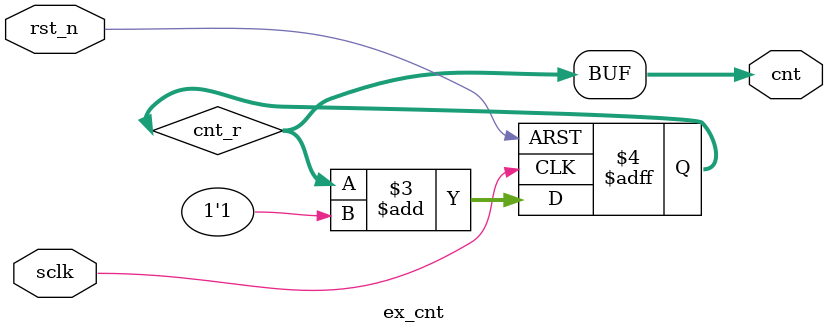
<source format=v>
module ex_cnt(
    input   wire            sclk,  // 模拟晶振产生时钟
    input   wire            rst_n, // 模拟外部复位信号
    output  wire    [9:0]   cnt
);

    reg [9:0] cnt_r;

    always @(posedge sclk or negedge rst_n) begin
        if(rst_n == 1'b0)
            cnt_r <= 10'd0;
        else 
            cnt_r <= cnt_r + 1'b1;
    end

    assign cnt = cnt_r;


endmodule

</source>
